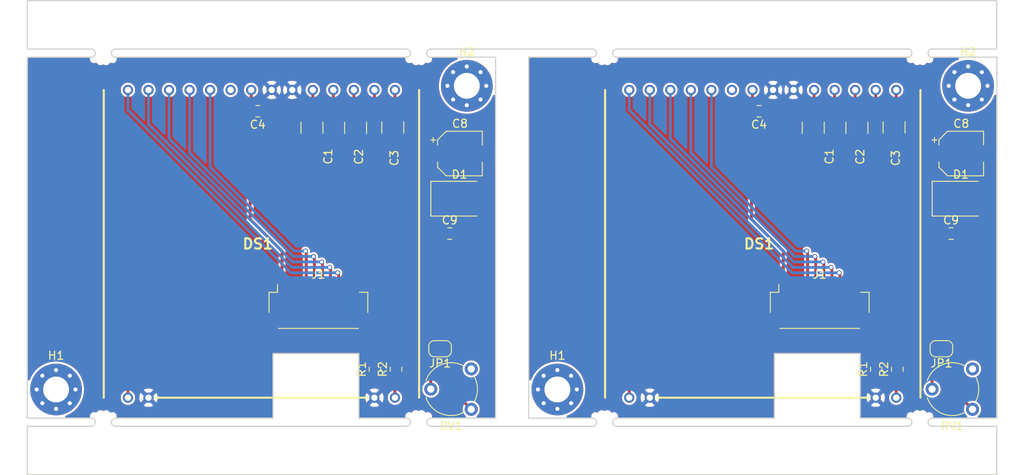
<source format=kicad_pcb>
(kicad_pcb (version 20221018) (generator pcbnew)
  (layers (0 "F.Cu" signal "Top") (31 "B.Cu" signal "Bottom") (34 "B.Paste" user) (35 "F.Paste" user) (36 "B.SilkS" user "B.Silkscreen") (37 "F.SilkS" user "F.Silkscreen") (38 "B.Mask" user) (39 "F.Mask" user) (44 "Edge.Cuts" user))
  (net 0 "")
  (net 1 "GND")
  (net 2 "+3V3")
  (net 3 "Net-(DS1-VB1+)")
  (net 4 "Net-(DS1-VB1-)")
  (net 5 "Net-(DS1-VB0-)")
  (net 6 "Net-(DS1-VB0+)")
  (net 7 "Net-(DS1-VLCD)")
  (net 8 "MOSI")
  (net 9 "SCK")
  (net 10 "Net-(DS1-NC_4)")
  (net 11 "Net-(DS1-NC_1)")
  (net 14 "INSTR.BEL")
  (net 15 "LED")
  (net 16 "D22")
  (net 17 "D23")
  (net 19 "D24")
  (net 20 "D25")
  (footprint "Capacitor_SMD:C_1210_3225Metric_Pad1.33x2.70mm_HandSolder" (layer "F.Cu") (at 158.71 91.0375 90)
    (fp_text reference "C2" (at -3.592 0.4 90) (layer "F.SilkS"))
    (fp_text value "C")
    (pad "1" smd roundrect (at -1.5625 0 90) (size 1.325 2.7) (layers "F.Cu" "F.Paste" "F.Mask") (roundrect_rratio 0.1886792453) (net 6 "Net-(DS1-VB0+)"))
    (pad "2" smd roundrect (at 1.5625 0 90) (size 1.325 2.7) (layers "F.Cu" "F.Paste" "F.Mask") (roundrect_rratio 0.1886792453) (net 5 "Net-(DS1-VB0-)"))
  )
  (footprint "Capacitor_SMD:C_1210_3225Metric_Pad1.33x2.70mm_HandSolder" (layer "F.Cu") (at 163.31 91 90)
    (fp_text reference "C3" (at -3.792 0.188 90) (layer "F.SilkS"))
    (fp_text value "C")
    (pad "1" smd roundrect (at -1.5625 0 90) (size 1.325 2.7) (layers "F.Cu" "F.Paste" "F.Mask") (roundrect_rratio 0.1886792453) (net 1 "GND"))
    (pad "2" smd roundrect (at 1.5625 0 90) (size 1.325 2.7) (layers "F.Cu" "F.Paste" "F.Mask") (roundrect_rratio 0.1886792453) (net 7 "Net-(DS1-VLCD)"))
  )
  (footprint "Capacitor_SMD:C_1210_3225Metric_Pad1.33x2.70mm_HandSolder" (layer "F.Cu") (at 153.31 91.0375 90)
    (fp_text reference "C1" (at -3.5625 2 90) (layer "F.SilkS"))
    (fp_text value "C")
    (pad "1" smd roundrect (at -1.5625 0 90) (size 1.325 2.7) (layers "F.Cu" "F.Paste" "F.Mask") (roundrect_rratio 0.1886792453) (net 4 "Net-(DS1-VB1-)"))
    (pad "2" smd roundrect (at 1.5625 0 90) (size 1.325 2.7) (layers "F.Cu" "F.Paste" "F.Mask") (roundrect_rratio 0.1886792453) (net 3 "Net-(DS1-VB1+)"))
  )
  (footprint "MountingHole:MountingHole_3.2mm_M3_Pad_Via" (layer "F.Cu") (at 121.666 123.444)
    (fp_text reference "H1" (at 0 -4.2) (layer "F.SilkS"))
    (fp_text value "MountingHole_Pad")
    (pad "1" thru_hole circle (at -2.4 0) (size 0.8 0.8) (drill 0.5) (layers "*.Cu" "*.Mask"))
    (pad "1" thru_hole circle (at -1.697056 -1.697056) (size 0.8 0.8) (drill 0.5) (layers "*.Cu" "*.Mask"))
    (pad "1" thru_hole circle (at -1.697056 1.697056) (size 0.8 0.8) (drill 0.5) (layers "*.Cu" "*.Mask"))
    (pad "1" thru_hole circle (at 0 -2.4) (size 0.8 0.8) (drill 0.5) (layers "*.Cu" "*.Mask"))
    (pad "1" thru_hole circle (at 0 0) (size 6.4 6.4) (drill 3.2) (layers "*.Cu" "*.Mask"))
    (pad "1" thru_hole circle (at 0 2.4) (size 0.8 0.8) (drill 0.5) (layers "*.Cu" "*.Mask"))
    (pad "1" thru_hole circle (at 1.697056 -1.697056) (size 0.8 0.8) (drill 0.5) (layers "*.Cu" "*.Mask"))
    (pad "1" thru_hole circle (at 1.697056 1.697056) (size 0.8 0.8) (drill 0.5) (layers "*.Cu" "*.Mask"))
    (pad "1" thru_hole circle (at 2.4 0) (size 0.8 0.8) (drill 0.5) (layers "*.Cu" "*.Mask"))
  )
  (footprint "MountingHole:MountingHole_3.2mm_M3_Pad_Via" (layer "F.Cu") (at 172.466 85.852)
    (fp_text reference "H2" (at 0 -4.2) (layer "F.SilkS"))
    (fp_text value "MountingHole_Pad")
    (pad "1" thru_hole circle (at -2.4 0) (size 0.8 0.8) (drill 0.5) (layers "*.Cu" "*.Mask"))
    (pad "1" thru_hole circle (at -1.697056 -1.697056) (size 0.8 0.8) (drill 0.5) (layers "*.Cu" "*.Mask"))
    (pad "1" thru_hole circle (at -1.697056 1.697056) (size 0.8 0.8) (drill 0.5) (layers "*.Cu" "*.Mask"))
    (pad "1" thru_hole circle (at 0 -2.4) (size 0.8 0.8) (drill 0.5) (layers "*.Cu" "*.Mask"))
    (pad "1" thru_hole circle (at 0 0) (size 6.4 6.4) (drill 3.2) (layers "*.Cu" "*.Mask"))
    (pad "1" thru_hole circle (at 0 2.4) (size 0.8 0.8) (drill 0.5) (layers "*.Cu" "*.Mask"))
    (pad "1" thru_hole circle (at 1.697056 -1.697056) (size 0.8 0.8) (drill 0.5) (layers "*.Cu" "*.Mask"))
    (pad "1" thru_hole circle (at 1.697056 1.697056) (size 0.8 0.8) (drill 0.5) (layers "*.Cu" "*.Mask"))
    (pad "1" thru_hole circle (at 2.4 0) (size 0.8 0.8) (drill 0.5) (layers "*.Cu" "*.Mask"))
  )
  (footprint "Capacitor_SMD:C_0805_2012Metric" (layer "F.Cu") (at 146.61 89 180)
    (fp_text reference "C4" (at 0 -1.65) (layer "F.SilkS"))
    (fp_text value "100n")
    (pad "1" smd roundrect (at -0.9375 0 180) (size 0.975 1.4) (layers "F.Cu" "F.Paste" "F.Mask") (net 1 "GND"))
    (pad "2" smd roundrect (at 0.9375 0 180) (size 0.975 1.4) (layers "F.Cu" "F.Paste" "F.Mask") (net 2 "+3V3"))
  )
  (footprint "Capacitor_SMD:CP_Elec_5x3" (layer "F.Cu") (at 171.618 94.234)
    (fp_text reference "C8" (at 0 -3.7) (layer "F.SilkS"))
    (fp_text value "CP")
    (pad "1" smd roundrect (at -2.2 0) (size 3 1.6) (layers "F.Cu" "F.Paste" "F.Mask") (roundrect_rratio 0.15625) (net 14 "INSTR.BEL"))
    (pad "2" smd roundrect (at 2.2 0) (size 3 1.6) (layers "F.Cu" "F.Paste" "F.Mask") (roundrect_rratio 0.15625) (net 1 "GND"))
  )
  (footprint "Capacitor_SMD:C_0805_2012Metric" (layer "F.Cu") (at 170.3555 104.14)
    (fp_text reference "C9" (at 0 -1.65) (layer "F.SilkS"))
    (fp_text value "100n")
    (pad "1" smd roundrect (at -0.9375 0) (size 0.975 1.4) (layers "F.Cu" "F.Paste" "F.Mask") (net 14 "INSTR.BEL"))
    (pad "2" smd roundrect (at 0.9375 0) (size 0.975 1.4) (layers "F.Cu" "F.Paste" "F.Mask") (net 1 "GND"))
  )
  (footprint "Diode_SMD:D_SMB" (layer "F.Cu") (at 171.568 99.822)
    (fp_text reference "D1" (at 0 -3) (layer "F.SilkS"))
    (fp_text value "SMBJ15CA")
    (pad "1" smd rect (at -2.15 0) (size 2.5 2.3) (layers "F.Cu" "F.Paste" "F.Mask") (net 14 "INSTR.BEL"))
    (pad "2" smd rect (at 2.15 0) (size 2.5 2.3) (layers "F.Cu" "F.Paste" "F.Mask") (net 1 "GND"))
  )
  (footprint "Resistor_SMD:R_0805_2012Metric" (layer "F.Cu") (at 161.11 120.9375 90)
    (fp_text reference "R1" (at 0 -1.65 90) (layer "F.SilkS"))
    (fp_text value "R")
    (pad "1" smd roundrect (at -0.9375 0 90) (size 0.975 1.4) (layers "F.Cu" "F.Paste" "F.Mask") (net 11 "Net-(DS1-NC_1)"))
    (pad "2" smd roundrect (at 0.9375 0 90) (size 0.975 1.4) (layers "F.Cu" "F.Paste" "F.Mask") (net 15 "LED"))
  )
  (footprint "Resistor_SMD:R_0805_2012Metric" (layer "F.Cu") (at 163.71 120.9375 90)
    (fp_text reference "R2" (at 0 -1.65 90) (layer "F.SilkS"))
    (fp_text value "R")
    (pad "1" smd roundrect (at -0.9375 0 90) (size 0.975 1.4) (layers "F.Cu" "F.Paste" "F.Mask") (net 10 "Net-(DS1-NC_4)"))
    (pad "2" smd roundrect (at 0.9375 0 90) (size 0.975 1.4) (layers "F.Cu" "F.Paste" "F.Mask") (net 15 "LED"))
  )
  (footprint "fiz-o-matic:EA-DOGS102W-6" (layer "F.Cu") (at 147.066 105.41)
    (fp_text reference "DS1" (at -0.45365 0.01496) (layer "F.SilkS") (effects (font (size 1.27 1.27) (thickness 0.254))))
    (fp_text value "EA_DOGS102W-6" hide)
    (pad "1" thru_hole circle (at -16.51 19.05) (size 1.28 1.28) (drill 0.78) (layers "*.Cu" "*.Mask") (net 11 "Net-(DS1-NC_1)"))
    (pad "2" thru_hole circle (at -13.97 19.05) (size 1.28 1.28) (drill 0.78) (layers "*.Cu" "*.Mask") (net 1 "GND"))
    (pad "13" thru_hole circle (at 13.97 19.05) (size 1.28 1.28) (drill 0.78) (layers "*.Cu" "*.Mask") (net 1 "GND"))
    (pad "14" thru_hole circle (at 16.51 19.05) (size 1.28 1.28) (drill 0.78) (layers "*.Cu" "*.Mask") (net 10 "Net-(DS1-NC_4)"))
    (pad "15" thru_hole circle (at 16.51 -19.05) (size 1.28 1.28) (drill 0.78) (layers "*.Cu" "*.Mask") (net 7 "Net-(DS1-VLCD)"))
    (pad "16" thru_hole circle (at 13.97 -19.05) (size 1.28 1.28) (drill 0.78) (layers "*.Cu" "*.Mask") (net 4 "Net-(DS1-VB1-)"))
    (pad "17" thru_hole circle (at 11.43 -19.05) (size 1.28 1.28) (drill 0.78) (layers "*.Cu" "*.Mask") (net 5 "Net-(DS1-VB0-)"))
    (pad "18" thru_hole circle (at 8.89 -19.05) (size 1.28 1.28) (drill 0.78) (layers "*.Cu" "*.Mask") (net 6 "Net-(DS1-VB0+)"))
    (pad "19" thru_hole circle (at 6.35 -19.05) (size 1.28 1.28) (drill 0.78) (layers "*.Cu" "*.Mask") (net 3 "Net-(DS1-VB1+)"))
    (pad "20" thru_hole circle (at 3.81 -19.05) (size 1.28 1.28) (drill 0.78) (layers "*.Cu" "*.Mask") (net 1 "GND"))
    (pad "21" thru_hole circle (at 1.27 -19.05) (size 1.28 1.28) (drill 0.78) (layers "*.Cu" "*.Mask") (net 1 "GND"))
    (pad "22" thru_hole circle (at -1.27 -19.05) (size 1.28 1.28) (drill 0.78) (layers "*.Cu" "*.Mask") (net 2 "+3V3"))
    (pad "23" thru_hole circle (at -3.81 -19.05) (size 1.28 1.28) (drill 0.78) (layers "*.Cu" "*.Mask") (net 2 "+3V3"))
    (pad "24" thru_hole circle (at -6.35 -19.05) (size 1.28 1.28) (drill 0.78) (layers "*.Cu" "*.Mask") (net 8 "MOSI"))
    (pad "25" thru_hole circle (at -8.89 -19.05) (size 1.28 1.28) (drill 0.78) (layers "*.Cu" "*.Mask") (net 9 "SCK"))
    (pad "26" thru_hole circle (at -11.43 -19.05) (size 1.28 1.28) (drill 0.78) (layers "*.Cu" "*.Mask") (net 16 "D22"))
    (pad "27" thru_hole circle (at -13.97 -19.05) (size 1.28 1.28) (drill 0.78) (layers "*.Cu" "*.Mask") (net 17 "D23"))
    (pad "28" thru_hole circle (at -16.51 -19.05) (size 1.28 1.28) (drill 0.78) (layers "*.Cu" "*.Mask") (net 19 "D24"))
  )
  (footprint "Jumper:SolderJumper-2_P1.3mm_Bridged_RoundedPad1.0x1.5mm" (layer "F.Cu") (at 169.16 118.4 180)
    (fp_text reference "JP1" (at 0 -1.8) (layer "F.SilkS"))
    (fp_text value "Jumper_NC_Small")
    (fp_poly (pts (xy 0.25 -0.3) (xy -0.25 -0.3) (xy -0.25 0.3) (xy 0.25 0.3)) (fill solid) (layer "F.Cu"))
    (pad "1" smd custom (at -0.65 0 180) (size 1 0.5) (layers "F.Cu" "F.Mask") (net 14 "INSTR.BEL") (options (clearance outline) (anchor rect)) (primitives (gr_circle (center 0 0.25) (end 0.5 0.25) (width 0) (fill yes)) (gr_circle (center 0 -0.25) (end 0.5 -0.25) (width 0) (fill yes)) (gr_poly (pts (xy 0 -0.75) (xy 0.5 -0.75) (xy 0.5 0.75) (xy 0 0.75)) (width 0) (fill yes))))
    (pad "2" smd custom (at 0.65 0 180) (size 1 0.5) (layers "F.Cu" "F.Mask") (net 15 "LED") (options (clearance outline) (anchor rect)) (primitives (gr_circle (center 0 0.25) (end 0.5 0.25) (width 0) (fill yes)) (gr_circle (center 0 -0.25) (end 0.5 -0.25) (width 0) (fill yes)) (gr_poly (pts (xy 0 -0.75) (xy -0.5 -0.75) (xy -0.5 0.75) (xy 0 0.75)) (width 0) (fill yes))))
  )
  (footprint "Potentiometer_THT:Potentiometer_Piher_PT-6-V_Vertical" (layer "F.Cu") (at 173.01 120.9 180)
    (fp_text reference "RV1" (at 2.5 -7.06) (layer "F.SilkS"))
    (fp_text value "R_POT")
    (pad "1" thru_hole circle (at 0 0 180) (size 1.62 1.62) (drill 0.9) (layers "*.Cu" "*.Mask"))
    (pad "2" thru_hole circle (at 5 -2.5 180) (size 1.62 1.62) (drill 0.9) (layers "*.Cu" "*.Mask") (net 15 "LED"))
    (pad "3" thru_hole circle (at 0 -5 180) (size 1.62 1.62) (drill 0.9) (layers "*.Cu" "*.Mask") (net 14 "INSTR.BEL"))
  )
  (footprint "fiz-o-matic:mouse-bite-1mm-slot" (layer "F.Cu") (at 189.51 81.8)
    (fp_text reference "mouse-bite-1mm-slot" hide)
    (fp_text value "VAL**" hide)
    (pad "" np_thru_hole circle (at -1.15 0.75) (size 0.5 0.5) (drill 0.5) (layers "*.Cu" "*.Mask"))
    (pad "" np_thru_hole circle (at -0.35 1) (size 0.5 0.5) (drill 0.5) (layers "*.Cu" "*.Mask"))
    (pad "" np_thru_hole circle (at 0.35 1) (size 0.5 0.5) (drill 0.5) (layers "*.Cu" "*.Mask"))
    (pad "" np_thru_hole circle (at 1.15 0.75) (size 0.5 0.5) (drill 0.5) (layers "*.Cu" "*.Mask"))
  )
  (footprint "Connector_JST:JST_SH_SM10B-SRSS-TB_1x10-1MP_P1.00mm_Horizontal" (layer "F.Cu") (at 216.11 113.2)
    (fp_text reference "J1" (at 0 -3.98) (layer "F.SilkS"))
    (fp_text value "Conn_01x10")
    (pad "1" smd roundrect (at -4.5 -2) (size 0.6 1.55) (layers "F.Cu" "F.Paste" "F.Mask") (net 2 "+3V3"))
    (pad "2" smd roundrect (at -3.5 -2) (size 0.6 1.55) (layers "F.Cu" "F.Paste" "F.Mask") (net 1 "GND"))
    (pad "3" smd roundrect (at -2.5 -2) (size 0.6 1.55) (layers "F.Cu" "F.Paste" "F.Mask"))
    (pad "4" smd roundrect (at -1.5 -2) (size 0.6 1.55) (layers "F.Cu" "F.Paste" "F.Mask") (net 8 "MOSI"))
    (pad "5" smd roundrect (at -0.5 -2) (size 0.6 1.55) (layers "F.Cu" "F.Paste" "F.Mask") (net 9 "SCK"))
    (pad "6" smd roundrect (at 0.5 -2) (size 0.6 1.55) (layers "F.Cu" "F.Paste" "F.Mask") (net 16 "D22"))
    (pad "7" smd roundrect (at 1.5 -2) (size 0.6 1.55) (layers "F.Cu" "F.Paste" "F.Mask") (net 17 "D23"))
    (pad "8" smd roundrect (at 2.5 -2) (size 0.6 1.55) (layers "F.Cu" "F.Paste" "F.Mask") (net 19 "D24"))
    (pad "9" smd roundrect (at 3.5 -2) (size 0.6 1.55) (layers "F.Cu" "F.Paste" "F.Mask") (net 20 "D25"))
    (pad "10" smd roundrect (at 4.5 -2) (size 0.6 1.55) (layers "F.Cu" "F.Paste" "F.Mask") (net 14 "INSTR.BEL"))
    (pad "MP" smd roundrect (at -5.8 1.875) (size 1.2 1.8) (layers "F.Cu" "F.Paste" "F.Mask") (roundrect_rratio 0.2083333333))
    (pad "MP" smd roundrect (at 5.8 1.875) (size 1.2 1.8) (layers "F.Cu" "F.Paste" "F.Mask") (roundrect_rratio 0.2083333333))
  )
  (footprint "fiz-o-matic:mouse-bite-1mm-slot" (layer "F.Cu") (at 166.51 127.5 180)
    (fp_text reference "mouse-bite-1mm-slot" hide)
    (fp_text value "VAL**" hide)
    (pad "" np_thru_hole circle (at -1.15 0.75 180) (size 0.5 0.5) (drill 0.5) (layers "F&B.Cu" "*.Mask"))
    (pad "" np_thru_hole circle (at -0.35 1 180) (size 0.5 0.5) (drill 0.5) (layers "F&B.Cu" "*.Mask"))
    (pad "" np_thru_hole circle (at 0.35 1 180) (size 0.5 0.5) (drill 0.5) (layers "F&B.Cu" "*.Mask"))
    (pad "" np_thru_hole circle (at 1.15 0.75 180) (size 0.5 0.5) (drill 0.5) (layers "F&B.Cu" "*.Mask"))
  )
  (footprint "fiz-o-matic:mouse-bite-1mm-slot" (layer "F.Cu") (at 127.51 127.5 180)
    (fp_text reference "mouse-bite-1mm-slot" hide)
    (fp_text value "VAL**" hide)
    (pad "" np_thru_hole circle (at -1.15 0.75 180) (size 0.5 0.5) (drill 0.5) (layers "F&B.Cu" "*.Mask"))
    (pad "" np_thru_hole circle (at -0.35 1 180) (size 0.5 0.5) (drill 0.5) (layers "F&B.Cu" "*.Mask"))
    (pad "" np_thru_hole circle (at 0.35 1 180) (size 0.5 0.5) (drill 0.5) (layers "F&B.Cu" "*.Mask"))
    (pad "" np_thru_hole circle (at 1.15 0.75 180) (size 0.5 0.5) (drill 0.5) (layers "F&B.Cu" "*.Mask"))
  )
  (footprint "Resistor_SMD:R_0805_2012Metric" (layer "F.Cu") (at 223.11 120.9375 90)
    (fp_text reference "R1" (at 0 -1.65 90) (layer "F.SilkS"))
    (fp_text value "R")
    (pad "1" smd roundrect (at -0.9375 0 90) (size 0.975 1.4) (layers "F.Cu" "F.Paste" "F.Mask") (net 11 "Net-(DS1-NC_1)"))
    (pad "2" smd roundrect (at 0.9375 0 90) (size 0.975 1.4) (layers "F.Cu" "F.Paste" "F.Mask") (net 15 "LED"))
  )
  (footprint "fiz-o-matic:EA-DOGS102W-6" (layer "F.Cu") (at 209.066 105.41)
    (fp_text reference "DS1" (at -0.45365 0.01496) (layer "F.SilkS") (effects (font (size 1.27 1.27) (thickness 0.254))))
    (fp_text value "EA_DOGS102W-6" hide)
    (pad "1" thru_hole circle (at -16.51 19.05) (size 1.28 1.28) (drill 0.78) (layers "*.Cu" "*.Mask") (net 11 "Net-(DS1-NC_1)"))
    (pad "2" thru_hole circle (at -13.97 19.05) (size 1.28 1.28) (drill 0.78) (layers "*.Cu" "*.Mask") (net 1 "GND"))
    (pad "13" thru_hole circle (at 13.97 19.05) (size 1.28 1.28) (drill 0.78) (layers "*.Cu" "*.Mask") (net 1 "GND"))
    (pad "14" thru_hole circle (at 16.51 19.05) (size 1.28 1.28) (drill 0.78) (layers "*.Cu" "*.Mask") (net 10 "Net-(DS1-NC_4)"))
    (pad "15" thru_hole circle (at 16.51 -19.05) (size 1.28 1.28) (drill 0.78) (layers "*.Cu" "*.Mask") (net 7 "Net-(DS1-VLCD)"))
    (pad "16" thru_hole circle (at 13.97 -19.05) (size 1.28 1.28) (drill 0.78) (layers "*.Cu" "*.Mask") (net 4 "Net-(DS1-VB1-)"))
    (pad "17" thru_hole circle (at 11.43 -19.05) (size 1.28 1.28) (drill 0.78) (layers "*.Cu" "*.Mask") (net 5 "Net-(DS1-VB0-)"))
    (pad "18" thru_hole circle (at 8.89 -19.05) (size 1.28 1.28) (drill 0.78) (layers "*.Cu" "*.Mask") (net 6 "Net-(DS1-VB0+)"))
    (pad "19" thru_hole circle (at 6.35 -19.05) (size 1.28 1.28) (drill 0.78) (layers "*.Cu" "*.Mask") (net 3 "Net-(DS1-VB1+)"))
    (pad "20" thru_hole circle (at 3.81 -19.05) (size 1.28 1.28) (drill 0.78) (layers "*.Cu" "*.Mask") (net 1 "GND"))
    (pad "21" thru_hole circle (at 1.27 -19.05) (size 1.28 1.28) (drill 0.78) (layers "*.Cu" "*.Mask") (net 1 "GND"))
    (pad "22" thru_hole circle (at -1.27 -19.05) (size 1.28 1.28) (drill 0.78) (layers "*.Cu" "*.Mask") (net 2 "+3V3"))
    (pad "23" thru_hole circle (at -3.81 -19.05) (size 1.28 1.28) (drill 0.78) (layers "*.Cu" "*.Mask") (net 2 "+3V3"))
    (pad "24" thru_hole circle (at -6.35 -19.05) (size 1.28 1.28) (drill 0.78) (layers "*.Cu" "*.Mask") (net 8 "MOSI"))
    (pad "25" thru_hole circle (at -8.89 -19.05) (size 1.28 1.28) (drill 0.78) (layers "*.Cu" "*.Mask") (net 9 "SCK"))
    (pad "26" thru_hole circle (at -11.43 -19.05) (size 1.28 1.28) (drill 0.78) (layers "*.Cu" "*.Mask") (net 16 "D22"))
    (pad "27" thru_hole circle (at -13.97 -19.05) (size 1.28 1.28) (drill 0.78) (layers "*.Cu" "*.Mask") (net 17 "D23"))
    (pad "28" thru_hole circle (at -16.51 -19.05) (size 1.28 1.28) (drill 0.78) (layers "*.Cu" "*.Mask") (net 19 "D24"))
  )
  (footprint "Diode_SMD:D_SMB" (layer "F.Cu") (at 233.568 99.822)
    (fp_text reference "D1" (at 0 -3) (layer "F.SilkS"))
    (fp_text value "SMBJ15CA")
    (pad "1" smd rect (at -2.15 0) (size 2.5 2.3) (layers "F.Cu" "F.Paste" "F.Mask") (net 14 "INSTR.BEL"))
    (pad "2" smd rect (at 2.15 0) (size 2.5 2.3) (layers "F.Cu" "F.Paste" "F.Mask") (net 1 "GND"))
  )
  (footprint "fiz-o-matic:mouse-bite-1mm-slot" (layer "F.Cu") (at 127.51 81.8)
    (fp_text reference "mouse-bite-1mm-slot" hide)
    (fp_text value "VAL**" hide)
    (pad "" np_thru_hole circle (at -1.15 0.75) (size 0.5 0.5) (drill 0.5) (layers "*.Cu" "*.Mask"))
    (pad "" np_thru_hole circle (at -0.35 1) (size 0.5 0.5) (drill 0.5) (layers "*.Cu" "*.Mask"))
    (pad "" np_thru_hole circle (at 0.35 1) (size 0.5 0.5) (drill 0.5) (layers "*.Cu" "*.Mask"))
    (pad "" np_thru_hole circle (at 1.15 0.75) (size 0.5 0.5) (drill 0.5) (layers "*.Cu" "*.Mask"))
  )
  (footprint "Capacitor_SMD:C_1210_3225Metric_Pad1.33x2.70mm_HandSolder" (layer "F.Cu") (at 225.31 91 90)
    (fp_text reference "C3" (at -3.792 0.188 90) (layer "F.SilkS"))
    (fp_text value "C")
    (pad "1" smd roundrect (at -1.5625 0 90) (size 1.325 2.7) (layers "F.Cu" "F.Paste" "F.Mask") (roundrect_rratio 0.1886792453) (net 1 "GND"))
    (pad "2" smd roundrect (at 1.5625 0 90) (size 1.325 2.7) (layers "F.Cu" "F.Paste" "F.Mask") (roundrect_rratio 0.1886792453) (net 7 "Net-(DS1-VLCD)"))
  )
  (footprint "Capacitor_SMD:C_0805_2012Metric" (layer "F.Cu") (at 208.61 89 180)
    (fp_text reference "C4" (at 0 -1.65) (layer "F.SilkS"))
    (fp_text value "100n")
    (pad "1" smd roundrect (at -0.9375 0 180) (size 0.975 1.4) (layers "F.Cu" "F.Paste" "F.Mask") (net 1 "GND"))
    (pad "2" smd roundrect (at 0.9375 0 180) (size 0.975 1.4) (layers "F.Cu" "F.Paste" "F.Mask") (net 2 "+3V3"))
  )
  (footprint "fiz-o-matic:mouse-bite-1mm-slot" (layer "F.Cu") (at 189.51 127.5 180)
    (fp_text reference "mouse-bite-1mm-slot" hide)
    (fp_text value "VAL**" hide)
    (pad "" np_thru_hole circle (at -1.15 0.75 180) (size 0.5 0.5) (drill 0.5) (layers "F&B.Cu" "*.Mask"))
    (pad "" np_thru_hole circle (at -0.35 1 180) (size 0.5 0.5) (drill 0.5) (layers "F&B.Cu" "*.Mask"))
    (pad "" np_thru_hole circle (at 0.35 1 180) (size 0.5 0.5) (drill 0.5) (layers "F&B.Cu" "*.Mask"))
    (pad "" np_thru_hole circle (at 1.15 0.75 180) (size 0.5 0.5) (drill 0.5) (layers "F&B.Cu" "*.Mask"))
  )
  (footprint "Capacitor_SMD:C_0805_2012Metric" (layer "F.Cu") (at 232.3555 104.14)
    (fp_text reference "C9" (at 0 -1.65) (layer "F.SilkS"))
    (fp_text value "100n")
    (pad "1" smd roundrect (at -0.9375 0) (size 0.975 1.4) (layers "F.Cu" "F.Paste" "F.Mask") (net 14 "INSTR.BEL"))
    (pad "2" smd roundrect (at 0.9375 0) (size 0.975 1.4) (layers "F.Cu" "F.Paste" "F.Mask") (net 1 "GND"))
  )
  (footprint "Capacitor_SMD:CP_Elec_5x3" (layer "F.Cu") (at 233.618 94.234)
    (fp_text reference "C8" (at 0 -3.7) (layer "F.SilkS"))
    (fp_text value "CP")
    (pad "1" smd roundrect (at -2.2 0) (size 3 1.6) (layers "F.Cu" "F.Paste" "F.Mask") (roundrect_rratio 0.15625) (net 14 "INSTR.BEL"))
    (pad "2" smd roundrect (at 2.2 0) (size 3 1.6) (layers "F.Cu" "F.Paste" "F.Mask") (roundrect_rratio 0.15625) (net 1 "GND"))
  )
  (footprint "Connector_JST:JST_SH_SM10B-SRSS-TB_1x10-1MP_P1.00mm_Horizontal" (layer "F.Cu") (at 154.11 113.2)
    (fp_text reference "J1" (at 0 -3.98) (layer "F.SilkS"))
    (fp_text value "Conn_01x10")
    (pad "1" smd roundrect (at -4.5 -2) (size 0.6 1.55) (layers "F.Cu" "F.Paste" "F.Mask") (net 2 "+3V3"))
    (pad "2" smd roundrect (at -3.5 -2) (size 0.6 1.55) (layers "F.Cu" "F.Paste" "F.Mask") (net 1 "GND"))
    (pad "3" smd roundrect (at -2.5 -2) (size 0.6 1.55) (layers "F.Cu" "F.Paste" "F.Mask"))
    (pad "4" smd roundrect (at -1.5 -2) (size 0.6 1.55) (layers "F.Cu" "F.Paste" "F.Mask") (net 8 "MOSI"))
    (pad "5" smd roundrect (at -0.5 -2) (size 0.6 1.55) (layers "F.Cu" "F.Paste" "F.Mask") (net 9 "SCK"))
    (pad "6" smd roundrect (at 0.5 -2) (size 0.6 1.55) (layers "F.Cu" "F.Paste" "F.Mask") (net 16 "D22"))
    (pad "7" smd roundrect (at 1.5 -2) (size 0.6 1.55) (layers "F.Cu" "F.Paste" "F.Mask") (net 17 "D23"))
    (pad "8" smd roundrect (at 2.5 -2) (size 0.6 1.55) (layers "F.Cu" "F.Paste" "F.Mask") (net 19 "D24"))
    (pad "9" smd roundrect (at 3.5 -2) (size 0.6 1.55) (layers "F.Cu" "F.Paste" "F.Mask") (net 20 "D25"))
    (pad "10" smd roundrect (at 4.5 -2) (size 0.6 1.55) (layers "F.Cu" "F.Paste" "F.Mask") (net 14 "INSTR.BEL"))
    (pad "MP" smd roundrect (at -5.8 1.875) (size 1.2 1.8) (layers "F.Cu" "F.Paste" "F.Mask") (roundrect_rratio 0.2083333333))
    (pad "MP" smd roundrect (at 5.8 1.875) (size 1.2 1.8) (layers "F.Cu" "F.Paste" "F.Mask") (roundrect_rratio 0.2083333333))
  )
  (footprint "Capacitor_SMD:C_1210_3225Metric_Pad1.33x2.70mm_HandSolder" (layer "F.Cu") (at 215.31 91.0375 90)
    (fp_text reference "C1" (at -3.5625 2 90) (layer "F.SilkS"))
    (fp_text value "C")
    (pad "1" smd roundrect (at -1.5625 0 90) (size 1.325 2.7) (layers "F.Cu" "F.Paste" "F.Mask") (roundrect_rratio 0.1886792453) (net 4 "Net-(DS1-VB1-)"))
    (pad "2" smd roundrect (at 1.5625 0 90) (size 1.325 2.7) (layers "F.Cu" "F.Paste" "F.Mask") (roundrect_rratio 0.1886792453) (net 3 "Net-(DS1-VB1+)"))
  )
  (footprint "fiz-o-matic:mouse-bite-1mm-slot" (layer "F.Cu") (at 166.51 81.8)
    (fp_text reference "mouse-bite-1mm-slot" hide)
    (fp_text value "VAL**" hide)
    (pad "" np_thru_hole circle (at -1.15 0.75) (size 0.5 0.5) (drill 0.5) (layers "F&B.Cu" "*.Mask"))
    (pad "" np_thru_hole circle (at -0.35 1) (size 0.5 0.5) (drill 0.5) (layers "F&B.Cu" "*.Mask"))
    (pad "" np_thru_hole circle (at 0.35 1) (size 0.5 0.5) (drill 0.5) (layers "F&B.Cu" "*.Mask"))
    (pad "" np_thru_hole circle (at 1.15 0.75) (size 0.5 0.5) (drill 0.5) (layers "F&B.Cu" "*.Mask"))
  )
  (footprint "Capacitor_SMD:C_1210_3225Metric_Pad1.33x2.70mm_HandSolder" (layer "F.Cu") (at 220.71 91.0375 90)
    (fp_text reference "C2" (at -3.592 0.4 90) (layer "F.SilkS"))
    (fp_text value "C")
    (pad "1" smd roundrect (at -1.5625 0 90) (size 1.325 2.7) (layers "F.Cu" "F.Paste" "F.Mask") (roundrect_rratio 0.1886792453) (net 6 "Net-(DS1-VB0+)"))
    (pad "2" smd roundrect (at 1.5625 0 90) (size 1.325 2.7) (layers "F.Cu" "F.Paste" "F.Mask") (roundrect_rratio 0.1886792453) (net 5 "Net-(DS1-VB0-)"))
  )
  (footprint "MountingHole:MountingHole_3.2mm_M3_Pad_Via" (layer "F.Cu") (at 234.466 85.852)
    (fp_text reference "H2" (at 0 -4.2) (layer "F.SilkS"))
    (fp_text value "MountingHole_Pad")
    (pad "1" thru_hole circle (at -2.4 0) (size 0.8 0.8) (drill 0.5) (layers "*.Cu" "*.Mask"))
    (pad "1" thru_hole circle (at -1.697056 -1.697056) (size 0.8 0.8) (drill 0.5) (layers "*.Cu" "*.Mask"))
    (pad "1" thru_hole circle (at -1.697056 1.697056) (size 0.8 0.8) (drill 0.5) (layers "*.Cu" "*.Mask"))
    (pad "1" thru_hole circle (at 0 -2.4) (size 0.8 0.8) (drill 0.5) (layers "*.Cu" "*.Mask"))
    (pad "1" thru_hole circle (at 0 0) (size 6.4 6.4) (drill 3.2) (layers "*.Cu" "*.Mask"))
    (pad "1" thru_hole circle (at 0 2.4) (size 0.8 0.8) (drill 0.5) (layers "*.Cu" "*.Mask"))
    (pad "1" thru_hole circle (at 1.697056 -1.697056) (size 0.8 0.8) (drill 0.5) (layers "*.Cu" "*.Mask"))
    (pad "1" thru_hole circle (at 1.697056 1.697056) (size 0.8 0.8) (drill 0.5) (layers "*.Cu" "*.Mask"))
    (pad "1" thru_hole circle (at 2.4 0) (size 0.8 0.8) (drill 0.5) (layers "*.Cu" "*.Mask"))
  )
  (footprint "Potentiometer_THT:Potentiometer_Piher_PT-6-V_Vertical" (layer "F.Cu") (at 235.01 120.9 180)
    (fp_text reference "RV1" (at 2.5 -7.06) (layer "F.SilkS"))
    (fp_text value "R_POT")
    (pad "1" thru_hole circle (at 0 0 180) (size 1.62 1.62) (drill 0.9) (layers "*.Cu" "*.Mask"))
    (pad "2" thru_hole circle (at 5 -2.5 180) (size 1.62 1.62) (drill 0.9) (layers "*.Cu" "*.Mask") (net 15 "LED"))
    (pad "3" thru_hole circle (at 0 -5 180) (size 1.62 1.62) (drill 0.9) (layers "*.Cu" "*.Mask") (net 14 "INSTR.BEL"))
  )
  (footprint "Resistor_SMD:R_0805_2012Metric" (layer "F.Cu") (at 225.71 120.9375 90)
    (fp_text reference "R2" (at 0 -1.65 90) (layer "F.SilkS"))
    (fp_text value "R")
    (pad "1" smd roundrect (at -0.9375 0 90) (size 0.975 1.4) (layers "F.Cu" "F.Paste" "F.Mask") (net 10 "Net-(DS1-NC_4)"))
    (pad "2" smd roundrect (at 0.9375 0 90) (size 0.975 1.4) (layers "F.Cu" "F.Paste" "F.Mask") (net 15 "LED"))
  )
  (footprint "Jumper:SolderJumper-2_P1.3mm_Bridged_RoundedPad1.0x1.5mm" (layer "F.Cu") (at 231.16 118.4 180)
    (fp_text reference "JP1" (at 0 -1.8) (layer "F.SilkS"))
    (fp_text value "Jumper_NC_Small")
    (fp_poly (pts (xy 0.25 -0.3) (xy -0.25 -0.3) (xy -0.25 0.3) (xy 0.25 0.3)) (fill solid) (layer "F.Cu"))
    (pad "1" smd custom (at -0.65 0 180) (size 1 0.5) (layers "F.Cu" "F.Mask") (net 14 "INSTR.BEL") (options (clearance outline) (anchor rect)) (primitives (gr_circle (center 0 0.25) (end 0.5 0.25) (width 0) (fill yes)) (gr_circle (center 0 -0.25) (end 0.5 -0.25) (width 0) (fill yes)) (gr_poly (pts (xy 0 -0.75) (xy 0.5 -0.75) (xy 0.5 0.75) (xy 0 0.75)) (width 0) (fill yes))))
    (pad "2" smd custom (at 0.65 0 180) (size 1 0.5) (layers "F.Cu" "F.Mask") (net 15 "LED") (options (clearance outline) (anchor rect)) (primitives (gr_circle (center 0 0.25) (end 0.5 0.25) (width 0) (fill yes)) (gr_circle (center 0 -0.25) (end 0.5 -0.25) (width 0) (fill yes)) (gr_poly (pts (xy 0 -0.75) (xy -0.5 -0.75) (xy -0.5 0.75) (xy 0 0.75)) (width 0) (fill yes))))
  )
  (footprint "MountingHole:MountingHole_3.2mm_M3_Pad_Via" (layer "F.Cu") (at 183.666 123.444)
    (fp_text reference "H1" (at 0 -4.2) (layer "F.SilkS"))
    (fp_text value "MountingHole_Pad")
    (pad "1" thru_hole circle (at -2.4 0) (size 0.8 0.8) (drill 0.5) (layers "*.Cu" "*.Mask"))
    (pad "1" thru_hole circle (at -1.697056 -1.697056) (size 0.8 0.8) (drill 0.5) (layers "*.Cu" "*.Mask"))
    (pad "1" thru_hole circle (at -1.697056 1.697056) (size 0.8 0.8) (drill 0.5) (layers "*.Cu" "*.Mask"))
    (pad "1" thru_hole circle (at 0 -2.4) (size 0.8 0.8) (drill 0.5) (layers "*.Cu" "*.Mask"))
    (pad "1" thru_hole circle (at 0 0) (size 6.4 6.4) (drill 3.2) (layers "*.Cu" "*.Mask"))
    (pad "1" thru_hole circle (at 0 2.4) (size 0.8 0.8) (drill 0.5) (layers "*.Cu" "*.Mask"))
    (pad "1" thru_hole circle (at 1.697056 -1.697056) (size 0.8 0.8) (drill 0.5) (layers "*.Cu" "*.Mask"))
    (pad "1" thru_hole circle (at 1.697056 1.697056) (size 0.8 0.8) (drill 0.5) (layers "*.Cu" "*.Mask"))
    (pad "1" thru_hole circle (at 2.4 0) (size 0.8 0.8) (drill 0.5) (layers "*.Cu" "*.Mask"))
  )
  (footprint "fiz-o-matic:mouse-bite-1mm-slot" (layer "F.Cu") (at 228.51 127.5 180)
    (fp_text reference "mouse-bite-1mm-slot" hide)
    (fp_text value "VAL**" hide)
    (pad "" np_thru_hole circle (at -1.15 0.75 180) (size 0.5 0.5) (drill 0.5) (layers "F&B.Cu" "*.Mask"))
    (pad "" np_thru_hole circle (at -0.35 1 180) (size 0.5 0.5) (drill 0.5) (layers "F&B.Cu" "*.Mask"))
    (pad "" np_thru_hole circle (at 0.35 1 180) (size 0.5 0.5) (drill 0.5) (layers "F&B.Cu" "*.Mask"))
    (pad "" np_thru_hole circle (at 1.15 0.75 180) (size 0.5 0.5) (drill 0.5) (layers "F&B.Cu" "*.Mask"))
  )
  (footprint "fiz-o-matic:mouse-bite-1mm-slot" (layer "F.Cu") (at 228.51 81.8)
    (fp_text reference "mouse-bite-1mm-slot" hide)
    (fp_text value "VAL**" hide)
    (pad "" np_thru_hole circle (at -1.15 0.75) (size 0.5 0.5) (drill 0.5) (layers "F&B.Cu" "*.Mask"))
    (pad "" np_thru_hole circle (at -0.35 1) (size 0.5 0.5) (drill 0.5) (layers "F&B.Cu" "*.Mask"))
    (pad "" np_thru_hole circle (at 0.35 1) (size 0.5 0.5) (drill 0.5) (layers "F&B.Cu" "*.Mask"))
    (pad "" np_thru_hole circle (at 1.15 0.75) (size 0.5 0.5) (drill 0.5) (layers "F&B.Cu" "*.Mask"))
  )
  (gr_line (start 238.01 134) (end 180.11 134) (stroke (width 0.15)) (layer "Edge.Cuts"))
  (gr_arc (start 168.01 82.3) (mid 167.51 81.8) (end 168.01 81.3) (stroke (width 0.15)) (layer "Edge.Cuts"))
  (gr_line (start 159.11 127) (end 159.11 119) (stroke (width 0.15)) (layer "Edge.Cuts"))
  (gr_arc (start 188.01 127) (mid 188.51 127.5) (end 188.01 128) (stroke (width 0.15)) (layer "Edge.Cuts"))
  (gr_arc (start 165.01 81.3) (mid 165.51 81.8) (end 165.01 82.3) (stroke (width 0.15)) (layer "Edge.Cuts"))
  (gr_arc (start 129.01 128) (mid 128.51 127.5) (end 129.01 127) (stroke (width 0.15)) (layer "Edge.Cuts"))
  (gr_line (start 159.11 127) (end 165.01 127) (stroke (width 0.15)) (layer "Edge.Cuts"))
  (gr_line (start 176.01 81.3) (end 180.11 81.3) (stroke (width 0.15)) (layer "Edge.Cuts"))
  (gr_arc (start 129.01 82.3) (mid 128.51 81.8) (end 129.01 81.3) (stroke (width 0.15)) (layer "Edge.Cuts"))
  (gr_arc (start 191.01 82.3) (mid 190.51 81.8) (end 191.01 81.3) (stroke (width 0.15)) (layer "Edge.Cuts"))
  (gr_line (start 180.11 127) (end 180.11 82.296) (stroke (width 0.15)) (layer "Edge.Cuts"))
  (gr_line (start 176.022 82.296) (end 168.01 82.3) (stroke (width 0.15)) (layer "Edge.Cuts"))
  (gr_line (start 129.01 128) (end 165.01 128) (stroke (width 0.15)) (layer "Edge.Cuts"))
  (gr_line (start 238.022 82.296) (end 230.01 82.3) (stroke (width 0.15)) (layer "Edge.Cuts"))
  (gr_line (start 180.11 127) (end 188.01 127) (stroke (width 0.15)) (layer "Edge.Cuts"))
  (gr_line (start 176.01 128) (end 180.11 128) (stroke (width 0.15)) (layer "Edge.Cuts"))
  (gr_line (start 118.11 127) (end 118.11 82.296) (stroke (width 0.15)) (layer "Edge.Cuts"))
  (gr_line (start 148.51 119) (end 148.51 127) (stroke (width 0.15)) (layer "Edge.Cuts"))
  (gr_arc (start 227.01 127) (mid 227.51 127.5) (end 227.01 128) (stroke (width 0.15)) (layer "Edge.Cuts"))
  (gr_line (start 118.11 128) (end 126.01 128) (stroke (width 0.15)) (layer "Edge.Cuts"))
  (gr_line (start 176.01 75.3) (end 118.11 75.3) (stroke (width 0.15)) (layer "Edge.Cuts"))
  (gr_line (start 180.11 81.3) (end 188.01 81.3) (stroke (width 0.15)) (layer "Edge.Cuts"))
  (gr_line (start 210.51 119) (end 210.51 127) (stroke (width 0.15)) (layer "Edge.Cuts"))
  (gr_line (start 118.11 127) (end 126.01 127) (stroke (width 0.15)) (layer "Edge.Cuts"))
  (gr_line (start 168.01 128) (end 176.01 128) (stroke (width 0.15)) (layer "Edge.Cuts"))
  (gr_arc (start 165.01 127) (mid 165.51 127.5) (end 165.01 128) (stroke (width 0.15)) (layer "Edge.Cuts"))
  (gr_arc (start 230.01 82.3) (mid 229.51 81.8) (end 230.01 81.3) (stroke (width 0.15)) (layer "Edge.Cuts"))
  (gr_line (start 191.01 128) (end 227.01 128) (stroke (width 0.15)) (layer "Edge.Cuts"))
  (gr_line (start 238.022 127) (end 238.022 82.296) (stroke (width 0.15)) (layer "Edge.Cuts"))
  (gr_line (start 176.01 75.3) (end 180.11 75.3) (stroke (width 0.15)) (layer "Edge.Cuts"))
  (gr_line (start 230.01 81.3) (end 238.01 81.3) (stroke (width 0.15)) (layer "Edge.Cuts"))
  (gr_line (start 191.01 127) (end 210.51 127) (stroke (width 0.15)) (layer "Edge.Cuts"))
  (gr_line (start 129.01 82.3) (end 165.01 82.3) (stroke (width 0.15)) (layer "Edge.Cuts"))
  (gr_line (start 126.01 82.3) (end 118.11 82.296) (stroke (width 0.15)) (layer "Edge.Cuts"))
  (gr_line (start 180.11 134) (end 176.01 134) (stroke (width 0.15)) (layer "Edge.Cuts"))
  (gr_arc (start 188.01 81.3) (mid 188.51 81.8) (end 188.01 82.3) (stroke (width 0.15)) (layer "Edge.Cuts"))
  (gr_line (start 159.11 119) (end 148.51 119) (stroke (width 0.15)) (layer "Edge.Cuts"))
  (gr_line (start 191.01 82.3) (end 227.01 82.3) (stroke (width 0.15)) (layer "Edge.Cuts"))
  (gr_line (start 118.11 81.3) (end 126.01 81.3) (stroke (width 0.15)) (layer "Edge.Cuts"))
  (gr_arc (start 126.01 81.3) (mid 126.51 81.8) (end 126.01 82.3) (stroke (width 0.15)) (layer "Edge.Cuts"))
  (gr_line (start 221.11 127) (end 221.11 119) (stroke (width 0.15)) (layer "Edge.Cuts"))
  (gr_line (start 176.01 134) (end 118.11 134) (stroke (width 0.15)) (layer "Edge.Cuts"))
  (gr_arc (start 168.01 128) (mid 167.51 127.5) (end 168.01 127) (stroke (width 0.15)) (layer "Edge.Cuts"))
  (gr_line (start 238.01 81.3) (end 238.01 75.3) (stroke (width 0.15)) (layer "Edge.Cuts"))
  (gr_line (start 230.01 127) (end 238.022 127) (stroke (width 0.15)) (layer "Edge.Cuts"))
  (gr_arc (start 126.01 127) (mid 126.51 127.5) (end 126.01 128) (stroke (width 0.15)) (layer "Edge.Cuts"))
  (gr_arc (start 191.01 128) (mid 190.51 127.5) (end 191.01 127) (stroke (width 0.15)) (layer "Edge.Cuts"))
  (gr_line (start 238.01 75.3) (end 180.11 75.3) (stroke (width 0.15)) (layer "Edge.Cuts"))
  (gr_line (start 129.01 127) (end 148.51 127) (stroke (width 0.15)) (layer "Edge.Cuts"))
  (gr_line (start 188.01 82.3) (end 180.11 82.296) (stroke (width 0.15)) (layer "Edge.Cuts"))
  (gr_line (start 221.11 127) (end 227.01 127) (stroke (width 0.15)) (layer "Edge.Cuts"))
  (gr_line (start 180.11 128) (end 188.01 128) (stroke (width 0.15)) (layer "Edge.Cuts"))
  (gr_line (start 129.01 81.3) (end 165.01 81.3) (stroke (width 0.15)) (layer "Edge.Cuts"))
  (gr_line (start 118.11 75.3) (end 118.11 81.3) (stroke (width 0.15)) (layer "Edge.Cuts"))
  (gr_arc (start 230.01 128) (mid 229.51 127.5) (end 230.01 127) (stroke (width 0.15)) (layer "Edge.Cuts"))
  (gr_arc (start 227.01 81.3) (mid 227.51 81.8) (end 227.01 82.3) (stroke (width 0.15)) (layer "Edge.Cuts"))
  (gr_line (start 230.01 128) (end 238.01 128) (stroke (width 0.15)) (layer "Edge.Cuts"))
  (gr_line (start 176.022 127) (end 176.022 82.296) (stroke (width 0.15)) (layer "Edge.Cuts"))
  (gr_line (start 191.01 81.3) (end 227.01 81.3) (stroke (width 0.15)) (layer "Edge.Cuts"))
  (gr_line (start 221.11 119) (end 210.51 119) (stroke (width 0.15)) (layer "Edge.Cuts"))
  (gr_line (start 168.01 127) (end 176.022 127) (stroke (width 0.15)) (layer "Edge.Cuts"))
  (gr_line (start 168.01 81.3) (end 176.01 81.3) (stroke (width 0.15)) (layer "Edge.Cuts"))
  (gr_line (start 238.01 128) (end 238.01 134) (stroke (width 0.15)) (layer "Edge.Cuts"))
  (gr_line (start 118.11 134) (end 118.11 128) (stroke (width 0.15)) (layer "Edge.Cuts"))
  (gr_text "DOGS102_v0.11" (at 183.11 86 90) (layer "F.Cu") (effects (font (size 1.2065 1.2065) (thickness 0.1016)) (justify right top)))
  (gr_text "DOGS102_v0.11" (at 121.11 86 90) (layer "F.Cu") (effects (font (size 1.2065 1.2065) (thickness 0.1016)) (justify right top)))
  (segment (start 211.61 106.3) (end 211.61 111.2) (width 0.35) (layer "F.Cu") (net 2))
  (segment (start 207.6725 89) (end 207.6725 87.8375) (width 0.35) (layer "F.Cu") (net 2))
  (segment (start 145.6725 89) (end 145.6725 87.8375) (width 0.35) (layer "F.Cu") (net 2))
  (segment (start 207.6725 87.8375) (end 207.796 87.714) (width 0.35) (layer "F.Cu") (net 2))
  (segment (start 149.61 106.3) (end 149.61 111.2) (width 0.35) (layer "F.Cu") (net 2))
  (segment (start 145.6725 87.8375) (end 145.796 87.714) (width 0.35) (layer "F.Cu") (net 2))
  (segment (start 207.6725 89) (end 207.6725 102.3625) (width 0.35) (layer "F.Cu") (net 2))
  (segment (start 207.6725 102.3625) (end 211.61 106.3) (width 0.35) (layer "F.Cu") (net 2))
  (segment (start 145.796 87.714) (end 145.796 86.36) (width 0.35) (layer "F.Cu") (net 2))
  (segment (start 145.6725 89) (end 145.6725 102.3625) (width 0.35) (layer "F.Cu") (net 2))
  (segment (start 145.6725 102.3625) (end 149.61 106.3) (width 0.35) (layer "F.Cu") (net 2))
  (segment (start 207.796 87.714) (end 207.796 86.36) (width 0.35) (layer "F.Cu") (net 2))
  (segment (start 153.416 86.36) (end 153.416 87.894) (width 0.35) (layer "F.Cu") (net 3))
  (segment (start 215.416 86.36) (end 215.416 87.894) (width 0.35) (layer "F.Cu") (net 3))
  (segment (start 153.416 87.894) (end 153.31 88) (width 0.35) (layer "F.Cu") (net 3))
  (segment (start 215.416 87.894) (end 215.31 88) (width 0.35) (layer "F.Cu") (net 3))
  (segment (start 153.31 89.475) (end 153.31 88) (width 0.35) (layer "F.Cu") (net 3))
  (segment (start 215.31 89.475) (end 215.31 88) (width 0.35) (layer "F.Cu") (net 3))
  (segment (start 160.51 94.2) (end 153.91 94.2) (width 0.35) (layer "F.Cu") (net 4))
  (segment (start 161.036 86.36) (end 161.036 93.674) (width 0.35) (layer "F.Cu") (net 4))
  (segment (start 223.036 86.36) (end 223.036 93.674) (width 0.35) (layer "F.Cu") (net 4))
  (segment (start 215.31 93.6) (end 215.31 92.6) (width 0.35) (layer "F.Cu") (net 4))
  (segment (start 153.31 93.6) (end 153.31 92.6) (width 0.35) (layer "F.Cu") (net 4))
  (segment (start 153.91 94.2) (end 153.31 93.6) (width 0.35) (layer "F.Cu") (net 4))
  (segment (start 223.036 93.674) (end 222.51 94.2) (width 0.35) (layer "F.Cu") (net 4))
  (segment (start 215.91 94.2) (end 215.31 93.6) (width 0.35) (layer "F.Cu") (net 4))
  (segment (start 161.036 93.674) (end 160.51 94.2) (width 0.35) (layer "F.Cu") (net 4))
  (segment (start 222.51 94.2) (end 215.91 94.2) (width 0.35) (layer "F.Cu") (net 4))
  (segment (start 220.71 88) (end 220.71 89.475) (width 0.35) (layer "F.Cu") (net 5))
  (segment (start 220.496 87.786) (end 220.71 88) (width 0.35) (layer "F.Cu") (net 5))
  (segment (start 158.496 87.786) (end 158.71 88) (width 0.35) (layer "F.Cu") (net 5))
  (segment (start 158.496 86.36) (end 158.496 87.786) (width 0.35) (layer "F.Cu") (net 5))
  (segment (start 158.71 88) (end 158.71 89.475) (width 0.35) (layer "F.Cu") (net 5))
  (segment (start 220.496 86.36) (end 220.496 87.786) (width 0.35) (layer "F.Cu") (net 5))
  (segment (start 155.956 91.846) (end 156.71 92.6) (width 0.35) (layer "F.Cu") (net 6))
  (segment (start 217.956 86.36) (end 217.956 91.846) (width 0.35) (layer "F.Cu") (net 6))
  (segment (start 217.956 91.846) (end 218.71 92.6) (width 0.35) (layer "F.Cu") (net 6))
  (segment (start 218.71 92.6) (end 220.71 92.6) (width 0.35) (layer "F.Cu") (net 6))
  (segment (start 156.71 92.6) (end 158.71 92.6) (width 0.35) (layer "F.Cu") (net 6))
  (segment (start 155.956 86.36) (end 155.956 91.846) (width 0.35) (layer "F.Cu") (net 6))
  (segment (start 225.322 87.988) (end 225.576 87.734) (width 0.35) (layer "F.Cu") (net 7))
  (segment (start 163.322 89.2455) (end 163.322 87.988) (width 0.35) (layer "F.Cu") (net 7))
  (segment (start 163.322 87.988) (end 163.576 87.734) (width 0.35) (layer "F.Cu") (net 7))
  (segment (start 163.31 89.4375) (end 163.31 88) (width 0.35) (layer "F.Cu") (net 7))
  (segment (start 163.576 87.734) (end 163.576 86.36) (width 0.35) (layer "F.Cu") (net 7))
  (segment (start 163.31 88) (end 163.576 87.734) (width 0.35) (layer "F.Cu") (net 7))
  (segment (start 225.31 89.4375) (end 225.31 88) (width 0.35) (layer "F.Cu") (net 7))
  (segment (start 225.322 89.2455) (end 225.322 87.988) (width 0.35) (layer "F.Cu") (net 7))
  (segment (start 225.31 88) (end 225.576 87.734) (width 0.35) (layer "F.Cu") (net 7))
  (segment (start 225.576 87.734) (end 225.576 86.36) (width 0.35) (layer "F.Cu") (net 7))
  (segment (start 152.61 111.2) (end 152.61 106.402) (width 0.35) (layer "F.Cu") (net 8))
  (segment (start 152.61 106.402) (end 152.51 106.302) (width 0.35) (layer "F.Cu") (net 8))
  (segment (start 214.61 106.402) (end 214.51 106.302) (width 0.35) (layer "F.Cu") (net 8))
  (segment (start 214.61 111.2) (end 214.61 106.402) (width 0.35) (layer "F.Cu") (net 8))
  (via (at 214.51 106.302) (size 0.6) (drill 0.4) (layers "F.Cu" "B.Cu") (net 8))
  (via (at 152.51 106.302) (size 0.6) (drill 0.4) (layers "F.Cu" "B.Cu") (net 8))
  (segment (start 214.51 106.302) (end 213.123272 106.302) (width 0.35) (layer "B.Cu") (net 8))
  (segment (start 151.123272 106.302) (end 140.716 95.894728) (width 0.35) (layer "B.Cu") (net 8))
  (segment (start 213.123272 106.302) (end 202.716 95.894728) (width 0.35) (layer "B.Cu") (net 8))
  (segment (start 202.716 95.894728) (end 202.716 86.36) (width 0.35) (layer "B.Cu") (net 8))
  (segment (start 140.716 95.894728) (end 140.716 86.36) (width 0.35) (layer "B.Cu") (net 8))
  (segment (start 152.51 106.302) (end 151.123272 106.302) (width 0.35) (layer "B.Cu") (net 8))
  (segment (start 153.61 107.0765) (end 153.51 106.9765) (width 0.35) (layer "F.Cu") (net 9))
  (segment (start 215.61 111.2) (end 215.61 107.0765) (width 0.35) (layer "F.Cu") (net 9))
  (segment (start 215.61 107.0765) (end 215.51 106.9765) (width 0.35) (layer "F.Cu") (net 9))
  (segment (start 153.61 111.2) (end 153.61 107.0765) (width 0.35) (layer "F.Cu") (net 9))
  (via (at 215.51 106.9765) (size 0.6) (drill 0.4) (layers "F.Cu" "B.Cu") (net 9))
  (via (at 153.51 106.9765) (size 0.6) (drill 0.4) (layers "F.Cu" "B.Cu") (net 9))
  (segment (start 138.176 94.132546) (end 138.176 86.36) (width 0.35) (layer "B.Cu") (net 9))
  (segment (start 153.51 106.9765) (end 151.019954 106.9765) (width 0.35) (layer "B.Cu") (net 9))
  (segment (start 213.019954 106.9765) (end 200.176 94.132546) (width 0.35) (layer "B.Cu") (net 9))
  (segment (start 151.019954 106.9765) (end 138.176 94.132546) (width 0.35) (layer "B.Cu") (net 9))
  (segment (start 200.176 94.132546) (end 200.176 86.36) (width 0.35) (layer "B.Cu") (net 9))
  (segment (start 215.51 106.9765) (end 213.019954 106.9765) (width 0.35) (layer "B.Cu") (net 9))
  (segment (start 163.576 124.46) (end 163.576 123.2) (width 0.35) (layer "F.Cu") (net 10))
  (segment (start 163.71 121.875) (end 163.71 123.066) (width 0.35) (layer "F.Cu") (net 10))
  (segment (start 163.71 123.066) (end 163.576 123.2) (width 0.35) (layer "F.Cu") (net 10))
  (segment (start 225.71 123.066) (end 225.576 123.2) (width 0.35) (layer "F.Cu") (net 10))
  (segment (start 225.71 121.875) (end 225.71 123.066) (width 0.35) (layer "F.Cu") (net 10))
  (segment (start 225.576 124.46) (end 225.576 123.2) (width 0.35) (layer "F.Cu") (net 10))
  (segment (start 221.31 118) (end 197.11 118) (width 0.35) (layer "F.Cu") (net 11))
  (segment (start 159.91 118.6) (end 159.31 118) (width 0.35) (layer "F.Cu") (net 11))
  (segment (start 159.31 118) (end 135.11 118) (width 0.35) (layer "F.Cu") (net 11))
  (segment (start 197.11 118) (end 192.556 122.554) (width 0.35) (layer "F.Cu") (net 11))
  (segment (start 135.11 118) (end 130.556 122.554) (width 0.35) (layer "F.Cu") (net 11))
  (segment (start 130.556 122.554) (end 130.556 124.46) (width 0.35) (layer "F.Cu") (net 11))
  (segment (start 222.385 121.875) (end 221.91 121.4) (width 0.35) (layer "F.Cu") (net 11))
  (segment (start 161.11 121.875) (end 160.385 121.875) (width 0.35) (layer "F.Cu") (net 11))
  (segment (start 160.385 121.875) (end 159.91 121.4) (width 0.35) (layer "F.Cu") (net 11))
  (segment (start 159.91 121.4) (end 159.91 118.6) (width 0.35) (layer "F.Cu") (net 11))
  (segment (start 221.91 121.4) (end 221.91 118.6) (width 0.35) (layer "F.Cu") (net 11))
  (segment (start 221.91 118.6) (end 221.31 118) (width 0.35) (layer "F.Cu") (net 11))
  (segment (start 223.11 121.875) (end 222.385 121.875) (width 0.35) (layer "F.Cu") (net 11))
  (segment (start 192.556 122.554) (end 192.556 124.46) (width 0.35) (layer "F.Cu") (net 11))
  (segment (start 232.91 123.8) (end 235.01 125.9) (width 0.35) (layer "F.Cu") (net 14))
  (segment (start 169.81 111.7) (end 169.31 111.2) (width 0.35) (layer "F.Cu") (net 14))
  (segment (start 169.418 111.092) (end 169.31 111.2) (width 0.35) (layer "F.Cu") (net 14))
  (segment (start 232.91 118.4) (end 232.91 123.8) (width 0.35) (layer "F.Cu") (net 14))
  (segment (start 169.81 118.4) (end 170.91 118.4) (width 0.35) (layer "F.Cu") (net 14))
  (segment (start 220.61 111.2) (end 231.31 111.2) (width 0.35) (layer "F.Cu") (net 14))
  (segment (start 169.418 99.822) (end 169.418 104.14) (width 0.35) (layer "F.Cu") (net 14))
  (segment (start 231.418 94.234) (end 231.418 99.822) (width 0.35) (layer "F.Cu") (net 14))
  (segment (start 231.418 111.092) (end 231.31 111.2) (width 0.35) (layer "F.Cu") (net 14))
  (segment (start 170.91 118.4) (end 170.91 123.8) (width 0.35) (layer "F.Cu") (net 14))
  (segment (start 170.91 123.8) (end 173.01 125.9) (width 0.35) (layer "F.Cu") (net 14))
  (segment (start 169.418 94.234) (end 169.418 99.822) (width 0.35) (layer "F.Cu") (net 14))
  (segment (start 231.81 111.7) (end 231.31 111.2) (width 0.35) (layer "F.Cu") (net 14))
  (segment (start 231.81 118.4) (end 231.81 111.7) (width 0.35) (layer "F.Cu") (net 14))
  (segment (start 169.81 118.4) (end 169.81 111.7) (width 0.35) (layer "F.Cu") (net 14))
  (segment (start 169.418 104.14) (end 169.418 111.092) (width 0.35) (layer "F.Cu") (net 14))
  (segment (start 231.418 104.14) (end 231.418 111.092) (width 0.35) (layer "F.Cu") (net 14))
  (segment (start 231.81 118.4) (end 232.91 118.4) (width 0.35) (layer "F.Cu") (net 14))
  (segment (start 231.418 99.822) (end 231.418 104.14) (width 0.35) (layer "F.Cu") (net 14))
  (segment (start 158.61 111.2) (end 169.31 111.2) (width 0.35) (layer "F.Cu") (net 14))
  (segment (start 168.51 118.4) (end 164.31 118.4) (width 0.35) (layer "F.Cu") (net 15))
  (segment (start 230.01 123.4) (end 230.01 120.5) (width 0.35) (layer "F.Cu") (net 15))
  (segment (start 226.31 118.4) (end 225.71 119) (width 0.35) (layer "F.Cu") (net 15))
  (segment (start 164.31 118.4) (end 163.71 119) (width 0.35) (layer "F.Cu") (net 15))
  (segment (start 161.11 120) (end 163.71 120) (width 0.35) (layer "F.Cu") (net 15))
  (segment (start 225.71 119) (end 225.71 120) (width 0.35) (layer "F.Cu") (net 15))
  (segment (start 223.11 120) (end 225.71 120) (width 0.35) (layer "F.Cu") (net 15))
  (segment (start 168.51 120) (end 168.51 118.4) (width 0.35) (layer "F.Cu") (net 15))
  (segment (start 163.71 119) (end 163.71 120) (width 0.35) (layer "F.Cu") (net 15))
  (segment (start 168.01 123.4) (end 168.01 120.5) (width 0.35) (layer "F.Cu") (net 15))
  (segment (start 230.01 120.5) (end 230.51 120) (width 0.35) (layer "F.Cu") (net 15))
  (segment (start 230.51 118.4) (end 226.31 118.4) (width 0.35) (layer "F.Cu") (net 15))
  (segment (start 230.51 120) (end 230.51 118.4) (width 0.35) (layer "F.Cu") (net 15))
  (segment (start 168.01 120.5) (end 168.51 120) (width 0.35) (layer "F.Cu") (net 15))
  (segment (start 154.61 107.751) (end 154.51 107.651) (width 0.35) (layer "F.Cu") (net 16))
  (segment (start 154.61 111.2) (end 154.61 107.751) (width 0.35) (layer "F.Cu") (net 16))
  (segment (start 216.61 111.2) (end 216.61 107.751) (width 0.35) (layer "F.Cu") (net 16))
  (segment (start 216.61 107.751) (end 216.51 107.651) (width 0.35) (layer "F.Cu") (net 16))
  (via (at 154.51 107.651) (size 0.6) (drill 0.4) (layers "F.Cu" "B.Cu") (net 16))
  (via (at 216.51 107.651) (size 0.6) (drill 0.4) (layers "F.Cu" "B.Cu") (net 16))
  (segment (start 197.636 92.370364) (end 197.636 86.36) (width 0.35) (layer "B.Cu") (net 16))
  (segment (start 154.51 107.651) (end 150.916636 107.651) (width 0.35) (layer "B.Cu") (net 16))
  (segment (start 150.916636 107.651) (end 135.636 92.370364) (width 0.35) (layer "B.Cu") (net 16))
  (segment (start 212.916636 107.651) (end 197.636 92.370364) (width 0.35) (layer "B.Cu") (net 16))
  (segment (start 135.636 92.370364) (end 135.636 86.36) (width 0.35) (layer "B.Cu") (net 16))
  (segment (start 216.51 107.651) (end 212.916636 107.651) (width 0.35) (layer "B.Cu") (net 16))
  (segment (start 155.61 111.2) (end 155.61 108.4255) (width 0.35) (layer "F.Cu") (net 17))
  (segment (start 155.61 108.4255) (end 155.51 108.3255) (width 0.35) (layer "F.Cu") (net 17))
  (segment (start 217.61 111.2) (end 217.61 108.4255) (width 0.35) (layer "F.Cu") (net 17))
  (segment (start 217.61 108.4255) (end 217.51 108.3255) (width 0.35) (layer "F.Cu") (net 17))
  (via (at 217.51 108.3255) (size 0.6) (drill 0.4) (layers "F.Cu" "B.Cu") (net 17))
  (via (at 155.51 108.3255) (size 0.6) (drill 0.4) (layers "F.Cu" "B.Cu") (net 17))
  (segment (start 195.096 90.608182) (end 195.096 86.36) (width 0.35) (layer "B.Cu") (net 17))
  (segment (start 217.51 108.3255) (end 212.813318 108.3255) (width 0.35) (layer "B.Cu") (net 17))
  (segment (start 212.813318 108.3255) (end 195.096 90.608182) (width 0.35) (layer "B.Cu") (net 17))
  (segment (start 155.51 108.3255) (end 150.813318 108.3255) (width 0.35) (layer "B.Cu") (net 17))
  (segment (start 150.813318 108.3255) (end 133.096 90.608182) (width 0.35) (layer "B.Cu") (net 17))
  (segment (start 133.096 90.608182) (end 133.096 86.36) (width 0.35) (layer "B.Cu") (net 17))
  (segment (start 156.61 111.2) (end 156.61 109.1) (width 0.35) (layer "F.Cu") (net 19))
  (segment (start 156.61 109.1) (end 156.51 109) (width 0.35) (layer "F.Cu") (net 19))
  (segment (start 218.61 109.1) (end 218.51 109) (width 0.35) (layer "F.Cu") (net 19))
  (segment (start 218.61 111.2) (end 218.61 109.1) (width 0.35) (layer "F.Cu") (net 19))
  (via (at 156.51 109) (size 0.6) (drill 0.4) (layers "F.Cu" "B.Cu") (net 19))
  (via (at 218.51 109) (size 0.6) (drill 0.4) (layers "F.Cu" "B.Cu") (net 19))
  (segment (start 130.556 88.846) (end 130.556 86.36) (width 0.35) (layer "B.Cu") (net 19))
  (segment (start 212.71 109) (end 192.556 88.846) (width 0.35) (layer "B.Cu") (net 19))
  (segment (start 192.556 88.846) (end 192.556 86.36) (width 0.35) (layer "B.Cu") (net 19))
  (segment (start 218.51 109) (end 212.71 109) (width 0.35) (layer "B.Cu") (net 19))
  (segment (start 150.71 109) (end 130.556 88.846) (width 0.35) (layer "B.Cu") (net 19))
  (segment (start 156.51 109) (end 150.71 109) (width 0.35) (layer "B.Cu") (net 19))
  (zone (net 1) (net_name "GND") (layer "F.Cu") (connect_pads (clearance 0.254)) (min_thickness 0.254) (fill yes (thermal_gap 0.508) (thermal_bridge_width 0.508))
    (polygon (pts (xy 176.022 127) (xy 118.11 127) (xy 118.11 82.296) (xy 176.022 82.296)))
  )
  (zone (net 1) (net_name "GND") (layer "F.Cu") (connect_pads (clearance 0.254)) (min_thickness 0.254) (fill yes (thermal_gap 0.508) (thermal_bridge_width 0.508))
    (polygon (pts (xy 238.022 127) (xy 180.11 127) (xy 180.11 82.296) (xy 238.022 82.296)))
  )
  (zone (net 1) (net_name "GND") (layer "B.Cu") (priority 1) (connect_pads (clearance 0.254)) (min_thickness 0.25) (fill yes (thermal_gap 0.5) (thermal_bridge_width 0.5))
    (polygon (pts (xy 118.11 127) (xy 176.11 127) (xy 176.11 82.2) (xy 118.11 82.2)))
  )
  (zone (net 1) (net_name "GND") (layer "B.Cu") (priority 1) (connect_pads (clearance 0.254)) (min_thickness 0.25) (fill yes (thermal_gap 0.5) (thermal_bridge_width 0.5))
    (polygon (pts (xy 180.11 127) (xy 238.11 127) (xy 238.11 82.2) (xy 180.11 82.2)))
  )
)
</source>
